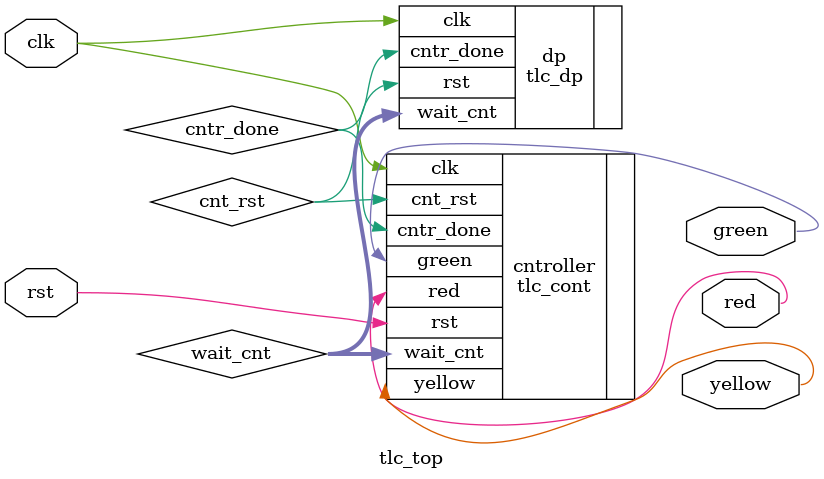
<source format=v>
module tlc_top (
    input rst , clk , 
    output red , yellow , green
);

wire [3:0] wait_cnt ;
wire cnt_rst , cntr_done;

tlc_cont cntroller (
    .clk(clk) ,
    .rst(rst) , 
    .cntr_done(cntr_done),
    .red(red) , 
    .yellow(yellow) , 
    .green(green), 
    .cnt_rst(cnt_rst),
    .wait_cnt(wait_cnt)
);

tlc_dp dp (
    .clk(clk),
    .rst(cnt_rst),
    .wait_cnt(wait_cnt),
    .cntr_done(cntr_done)
);


endmodule //tlc_top
</source>
